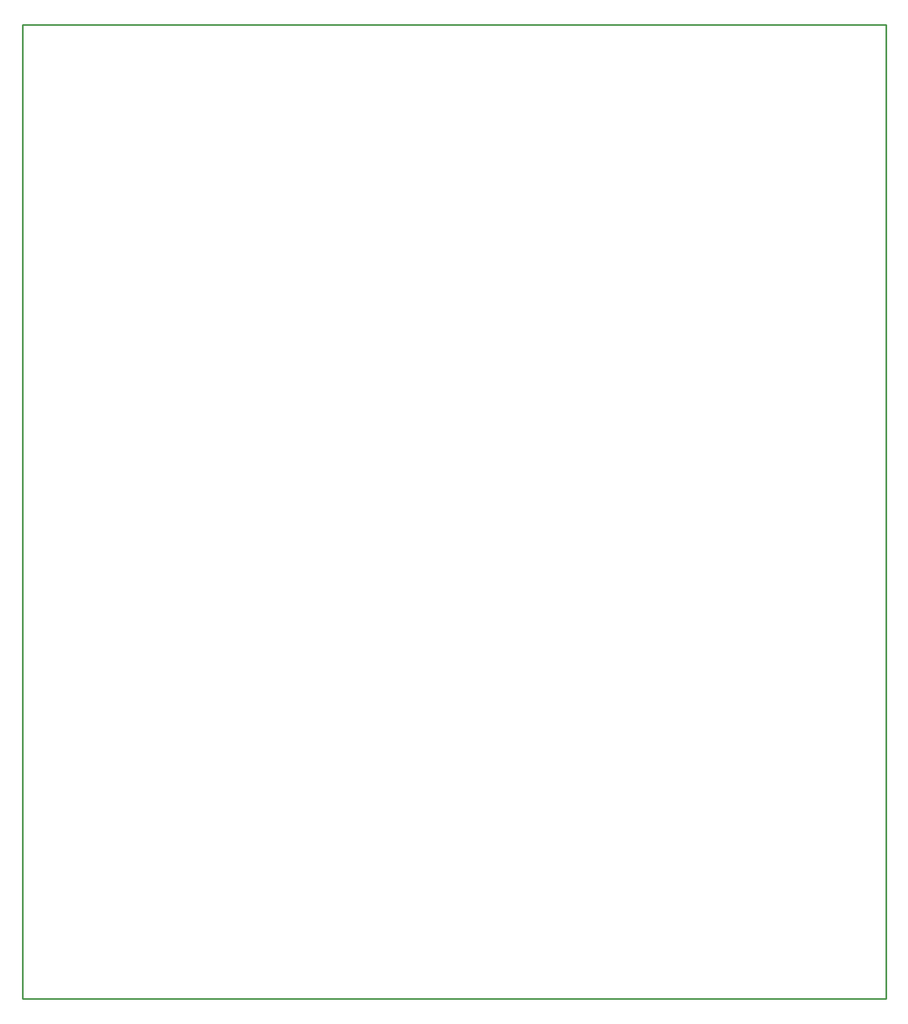
<source format=gbr>
%TF.GenerationSoftware,Altium Limited,Altium Designer,19.1.6 (110)*%
G04 Layer_Color=32768*
%FSLAX43Y43*%
%MOMM*%
%TF.FileFunction,Other,Board_Outline_(ES)*%
%TF.Part,Single*%
G01*
G75*
%TA.AperFunction,NonConductor*%
%ADD51C,0.254*%
D51*
X133000Y0D02*
Y150000D01*
X0D02*
X133000D01*
X-0D02*
X0Y0D01*
X133000D01*
%TF.MD5,5166b2a7d5ad2aa2f689185fa5ccf0bd*%
M02*

</source>
